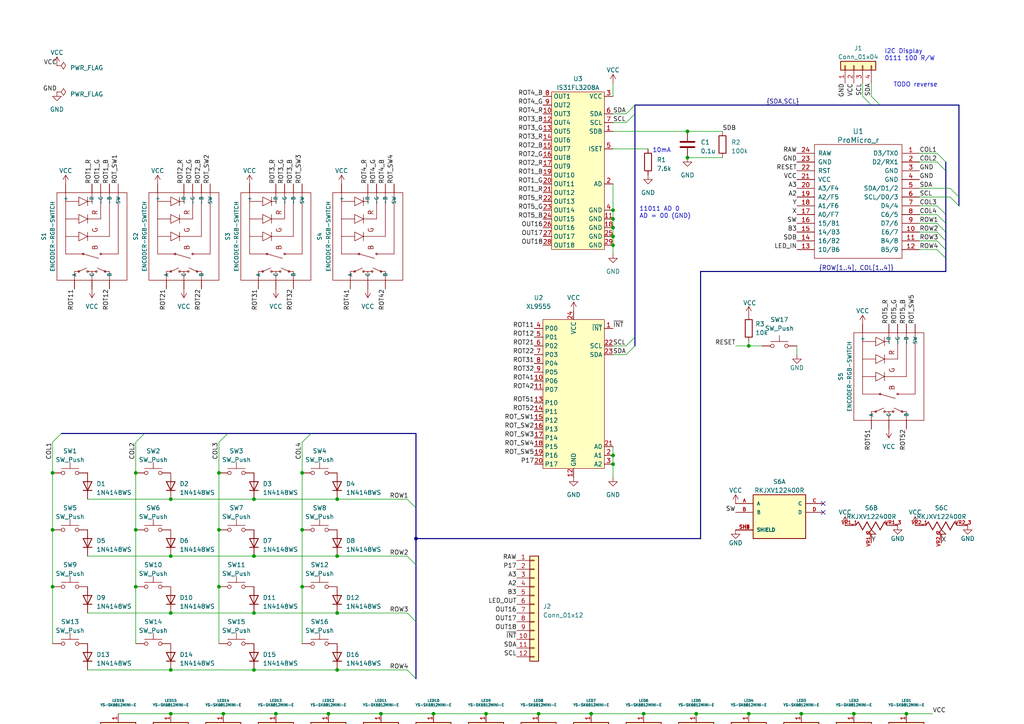
<source format=kicad_sch>
(kicad_sch (version 20230121) (generator eeschema)
  (paper "A4")
  (lib_symbols
    (symbol "Connector_Generic:Conn_01x04" (pin_names (offset 1.016) hide)
      (property "Reference" "J" (at 0 5.08 0))
      (property "Value" "Conn_01x04" (at 0 -7.62 0))
      (symbol "Conn_01x04_1_1"
        (pin passive line (at -5.08 2.54 0) (length 3.81) (name "Pin_1") (number "1"))
        (pin passive line (at -5.08 0 0) (length 3.81) (name "Pin_2") (number "2"))
        (pin passive line (at -5.08 -2.54 0) (length 3.81) (name "Pin_3") (number "3"))
        (pin passive line (at -5.08 -5.08 0) (length 3.81) (name "Pin_4") (number "4"))
      )
    )
    (symbol "Connector_Generic:Conn_01x12" (pin_names (offset 1.016) hide)
      (property "Reference" "J" (at 0 15.24 0))
      (property "Value" "Conn_01x12" (at 0 -17.78 0))
      (symbol "Conn_01x12_1_1"
        (pin passive line (at -5.08 12.7 0) (length 3.81) (name "Pin_1") (number "1"))
        (pin passive line (at -5.08 -10.16 0) (length 3.81) (name "Pin_10") (number "10"))
        (pin passive line (at -5.08 -12.7 0) (length 3.81) (name "Pin_11") (number "11"))
        (pin passive line (at -5.08 -15.24 0) (length 3.81) (name "Pin_12") (number "12"))
        (pin passive line (at -5.08 10.16 0) (length 3.81) (name "Pin_2") (number "2"))
        (pin passive line (at -5.08 7.62 0) (length 3.81) (name "Pin_3") (number "3"))
        (pin passive line (at -5.08 5.08 0) (length 3.81) (name "Pin_4") (number "4"))
        (pin passive line (at -5.08 2.54 0) (length 3.81) (name "Pin_5") (number "5"))
        (pin passive line (at -5.08 0 0) (length 3.81) (name "Pin_6") (number "6"))
        (pin passive line (at -5.08 -2.54 0) (length 3.81) (name "Pin_7") (number "7"))
        (pin passive line (at -5.08 -5.08 0) (length 3.81) (name "Pin_8") (number "8"))
        (pin passive line (at -5.08 -7.62 0) (length 3.81) (name "Pin_9") (number "9"))
      )
    )
    (symbol "Device:C" (pin_numbers hide) (pin_names (offset 0.254))
      (property "Reference" "C" (at 0.635 2.54 0))
      (property "Value" "C" (at 0.635 -2.54 0))
      (symbol "C_1_1"
        (pin passive line (at 0 3.81 270) (length 2.794) (name "~") (number "1"))
        (pin passive line (at 0 -3.81 90) (length 2.794) (name "~") (number "2"))
      )
    )
    (symbol "Device:R" (pin_numbers hide) (pin_names (offset 0))
      (property "Reference" "R" (at 2.032 0 90))
      (property "Value" "R" (at 0 0 90))
      (symbol "R_1_1"
        (pin passive line (at 0 3.81 270) (length 1.27) (name "~") (number "1"))
        (pin passive line (at 0 -3.81 90) (length 1.27) (name "~") (number "2"))
      )
    )
    (symbol "Diode:1N4148WS" (pin_numbers hide) (pin_names hide)
      (property "Reference" "D" (at 0 2.54 0))
      (property "Value" "1N4148WS" (at 0 -2.54 0))
      (symbol "1N4148WS_1_1"
        (pin passive line (at -3.81 0 0) (length 2.54) (name "K") (number "1"))
        (pin passive line (at 3.81 0 180) (length 2.54) (name "A") (number "2"))
      )
    )
    (symbol "ENCODER-RGB-SWITCH_1" (pin_numbers hide) (pin_names (offset 1.016))
      (property "Reference" "S" (at -12.7 11.43 0))
      (property "Value" "ENCODER-RGB-SWITCH" (at -12.7 -12.7 0))
      (property "Field4" "RES-10859" (at 0 15.24 0))
      (symbol "ENCODER-RGB-SWITCH_1_1_0"
        (text "B" (at -3.2004 -0.889 0) (effects (font (size 1.4224 1.4224))))
        (text "G" (at 1.8796 -0.889 0) (effects (font (size 1.4224 1.4224))))
        (text "R" (at 6.9596 -0.889 0) (effects (font (size 1.4224 1.4224))))
      )
      (symbol "ENCODER-RGB-SWITCH_1_1_1"
        (pin passive line (at 15.24 0 180) (length 2.54) (name "-R") (number "1"))
        (pin passive line (at 15.24 -2.54 180) (length 2.54) (name "-G") (number "2"))
        (pin passive line (at 15.24 -7.62 180) (length 2.54) (name "SW") (number "3"))
        (pin passive line (at 15.24 -5.08 180) (length 2.54) (name "-B") (number "4"))
        (pin passive line (at 15.24 7.62 180) (length 2.54) (name "+") (number "5"))
        (pin output line (at -15.24 5.08 0) (length 2.54) (name "A") (number "A"))
        (pin output line (at -15.24 -5.08 0) (length 2.54) (name "B") (number "B"))
        (pin input line (at -15.24 0 0) (length 2.54) (name "C") (number "C"))
      )
    )
    (symbol "ENCODER-RGB-SWITCH_2" (pin_numbers hide) (pin_names (offset 1.016))
      (property "Reference" "S" (at -12.7 11.43 0))
      (property "Value" "ENCODER-RGB-SWITCH" (at -12.7 -12.7 0))
      (property "Field4" "RES-10859" (at 0 15.24 0))
      (symbol "ENCODER-RGB-SWITCH_2_1_0"
        (text "B" (at -3.2004 -0.889 0) (effects (font (size 1.4224 1.4224))))
        (text "G" (at 1.8796 -0.889 0) (effects (font (size 1.4224 1.4224))))
        (text "R" (at 6.9596 -0.889 0) (effects (font (size 1.4224 1.4224))))
      )
      (symbol "ENCODER-RGB-SWITCH_2_1_1"
        (pin passive line (at 15.24 0 180) (length 2.54) (name "-R") (number "1"))
        (pin passive line (at 15.24 -2.54 180) (length 2.54) (name "-G") (number "2"))
        (pin passive line (at 15.24 -7.62 180) (length 2.54) (name "SW") (number "3"))
        (pin passive line (at 15.24 -5.08 180) (length 2.54) (name "-B") (number "4"))
        (pin passive line (at 15.24 7.62 180) (length 2.54) (name "+") (number "5"))
        (pin output line (at -15.24 5.08 0) (length 2.54) (name "A") (number "A"))
        (pin output line (at -15.24 -5.08 0) (length 2.54) (name "B") (number "B"))
        (pin input line (at -15.24 0 0) (length 2.54) (name "C") (number "C"))
      )
    )
    (symbol "ENCODER-RGB-SWITCH_3" (pin_numbers hide) (pin_names (offset 1.016))
      (property "Reference" "S" (at -12.7 11.43 0))
      (property "Value" "ENCODER-RGB-SWITCH" (at -12.7 -12.7 0))
      (property "Field4" "RES-10859" (at 0 15.24 0))
      (symbol "ENCODER-RGB-SWITCH_3_1_0"
        (text "B" (at -3.2004 -0.889 0) (effects (font (size 1.4224 1.4224))))
        (text "G" (at 1.8796 -0.889 0) (effects (font (size 1.4224 1.4224))))
        (text "R" (at 6.9596 -0.889 0) (effects (font (size 1.4224 1.4224))))
      )
      (symbol "ENCODER-RGB-SWITCH_3_1_1"
        (pin passive line (at 15.24 0 180) (length 2.54) (name "-R") (number "1"))
        (pin passive line (at 15.24 -2.54 180) (length 2.54) (name "-G") (number "2"))
        (pin passive line (at 15.24 -7.62 180) (length 2.54) (name "SW") (number "3"))
        (pin passive line (at 15.24 -5.08 180) (length 2.54) (name "-B") (number "4"))
        (pin passive line (at 15.24 7.62 180) (length 2.54) (name "+") (number "5"))
        (pin output line (at -15.24 5.08 0) (length 2.54) (name "A") (number "A"))
        (pin output line (at -15.24 -5.08 0) (length 2.54) (name "B") (number "B"))
        (pin input line (at -15.24 0 0) (length 2.54) (name "C") (number "C"))
      )
    )
    (symbol "ENCODER-RGB-SWITCH_4" (pin_numbers hide) (pin_names (offset 1.016))
      (property "Reference" "S" (at -12.7 11.43 0))
      (property "Value" "ENCODER-RGB-SWITCH" (at -12.7 -12.7 0))
      (property "Field4" "RES-10859" (at 0 15.24 0))
      (symbol "ENCODER-RGB-SWITCH_4_1_0"
        (text "B" (at -3.2004 -0.889 0) (effects (font (size 1.4224 1.4224))))
        (text "G" (at 1.8796 -0.889 0) (effects (font (size 1.4224 1.4224))))
        (text "R" (at 6.9596 -0.889 0) (effects (font (size 1.4224 1.4224))))
      )
      (symbol "ENCODER-RGB-SWITCH_4_1_1"
        (pin passive line (at 15.24 0 180) (length 2.54) (name "-R") (number "1"))
        (pin passive line (at 15.24 -2.54 180) (length 2.54) (name "-G") (number "2"))
        (pin passive line (at 15.24 -7.62 180) (length 2.54) (name "SW") (number "3"))
        (pin passive line (at 15.24 -5.08 180) (length 2.54) (name "-B") (number "4"))
        (pin passive line (at 15.24 7.62 180) (length 2.54) (name "+") (number "5"))
        (pin output line (at -15.24 5.08 0) (length 2.54) (name "A") (number "A"))
        (pin output line (at -15.24 -5.08 0) (length 2.54) (name "B") (number "B"))
        (pin input line (at -15.24 0 0) (length 2.54) (name "C") (number "C"))
      )
    )
    (symbol "RKJXV122400R_1" (pin_names (offset 1.016))
      (property "Reference" "S" (at -7.62 5.588 0))
      (property "Value" "RKJXV122400R" (at -7.62 -10.16 0))
      (symbol "RKJXV122400R_1_1_0"
        (pin passive line (at -12.7 2.54 0) (length 5.08) (name "A") (number "A"))
        (pin passive line (at -12.7 0 0) (length 5.08) (name "B") (number "B"))
        (pin passive line (at 12.7 2.54 180) (length 5.08) (name "C") (number "C"))
        (pin passive line (at 12.7 0 180) (length 5.08) (name "D") (number "D"))
        (pin passive line (at -12.7 -5.08 0) (length 5.08) (name "SHIELD") (number "SH1"))
        (pin passive line (at -12.7 -5.08 0) (length 5.08) (name "SHIELD") (number "SH2"))
        (pin passive line (at -12.7 -5.08 0) (length 5.08) (name "SHIELD") (number "SH3"))
        (pin passive line (at -12.7 -5.08 0) (length 5.08) (name "SHIELD") (number "SH4"))
      )
      (symbol "RKJXV122400R_1_2_0"
        (pin passive line (at -7.62 0 0) (length 2.54) (name "~") (number "VR1_1"))
        (pin passive line (at 0 -5.08 90) (length 2.54) (name "~") (number "VR1_2"))
        (pin passive line (at 7.62 0 180) (length 2.54) (name "~") (number "VR1_3"))
      )
      (symbol "RKJXV122400R_1_3_0"
        (pin passive line (at -7.62 0 0) (length 2.54) (name "~") (number "VR2_1"))
        (pin passive line (at 0 -5.08 90) (length 2.54) (name "~") (number "VR2_2"))
        (pin passive line (at 7.62 0 180) (length 2.54) (name "~") (number "VR2_3"))
      )
    )
    (symbol "SparkFun-Switches:ENCODER-RGB-SWITCH" (pin_numbers hide) (pin_names (offset 1.016))
      (property "Reference" "S" (at -12.7 11.43 0))
      (property "Value" "ENCODER-RGB-SWITCH" (at -12.7 -12.7 0))
      (property "Field4" "RES-10859" (at 0 15.24 0))
      (symbol "ENCODER-RGB-SWITCH_1_0"
        (text "B" (at -3.2004 -0.889 0) (effects (font (size 1.4224 1.4224))))
        (text "G" (at 1.8796 -0.889 0) (effects (font (size 1.4224 1.4224))))
        (text "R" (at 6.9596 -0.889 0) (effects (font (size 1.4224 1.4224))))
      )
      (symbol "ENCODER-RGB-SWITCH_1_1"
        (pin passive line (at 15.24 0 180) (length 2.54) (name "-R") (number "1"))
        (pin passive line (at 15.24 -2.54 180) (length 2.54) (name "-G") (number "2"))
        (pin passive line (at 15.24 -7.62 180) (length 2.54) (name "SW") (number "3"))
        (pin passive line (at 15.24 -5.08 180) (length 2.54) (name "-B") (number "4"))
        (pin passive line (at 15.24 7.62 180) (length 2.54) (name "+") (number "5"))
        (pin output line (at -15.24 5.08 0) (length 2.54) (name "A") (number "A"))
        (pin output line (at -15.24 -5.08 0) (length 2.54) (name "B") (number "B"))
        (pin input line (at -15.24 0 0) (length 2.54) (name "C") (number "C"))
      )
    )
    (symbol "Switch:SW_Push" (pin_numbers hide) (pin_names (offset 1.016) hide)
      (property "Reference" "SW" (at 1.27 2.54 0))
      (property "Value" "SW_Push" (at 0 -1.524 0))
      (symbol "SW_Push_0_1"
        (pin passive line (at -5.08 0 0) (length 2.54) (name "1") (number "1"))
        (pin passive line (at 5.08 0 180) (length 2.54) (name "2") (number "2"))
      )
    )
    (symbol "kbd:ProMicro_r" (pin_names (offset 1.016))
      (property "Reference" "U" (at 1.27 22.86 0))
      (property "Value" "ProMicro_r" (at 1.27 -15.24 0))
      (symbol "ProMicro_r_1_1"
        (pin bidirectional line (at 19.05 17.78 180) (length 5.08) (name "D3/TX0") (number "1"))
        (pin bidirectional line (at 19.05 -5.08 180) (length 5.08) (name "E6/7") (number "10"))
        (pin bidirectional line (at 19.05 -7.62 180) (length 5.08) (name "B4/8") (number "11"))
        (pin bidirectional line (at 19.05 -10.16 180) (length 5.08) (name "B5/9") (number "12"))
        (pin bidirectional line (at -16.51 -10.16 0) (length 5.08) (name "10/B6") (number "13"))
        (pin bidirectional line (at -16.51 -7.62 0) (length 5.08) (name "16/B2") (number "14"))
        (pin bidirectional line (at -16.51 -5.08 0) (length 5.08) (name "14/B3") (number "15"))
        (pin bidirectional line (at -16.51 -2.54 0) (length 5.08) (name "15/B1") (number "16"))
        (pin bidirectional line (at -16.51 0 0) (length 5.08) (name "A0/F7") (number "17"))
        (pin bidirectional line (at -16.51 2.54 0) (length 5.08) (name "A1/F6") (number "18"))
        (pin bidirectional line (at -16.51 5.08 0) (length 5.08) (name "A2/F5") (number "19"))
        (pin bidirectional line (at 19.05 15.24 180) (length 5.08) (name "D2/RX1") (number "2"))
        (pin bidirectional line (at -16.51 7.62 0) (length 5.08) (name "A3/F4") (number "20"))
        (pin power_in line (at -16.51 10.16 0) (length 5.08) (name "VCC") (number "21"))
        (pin input line (at -16.51 12.7 0) (length 5.08) (name "RST") (number "22"))
        (pin power_in line (at -16.51 15.24 0) (length 5.08) (name "GND") (number "23"))
        (pin power_out line (at -16.51 17.78 0) (length 5.08) (name "RAW") (number "24"))
        (pin power_in line (at 19.05 12.7 180) (length 5.08) (name "GND") (number "3"))
        (pin power_in line (at 19.05 10.16 180) (length 5.08) (name "GND") (number "4"))
        (pin bidirectional line (at 19.05 7.62 180) (length 5.08) (name "SDA/D1/2") (number "5"))
        (pin bidirectional line (at 19.05 5.08 180) (length 5.08) (name "SCL/D0/3") (number "6"))
        (pin bidirectional line (at 19.05 2.54 180) (length 5.08) (name "D4/4") (number "7"))
        (pin bidirectional line (at 19.05 0 180) (length 5.08) (name "C6/5") (number "8"))
        (pin bidirectional line (at 19.05 -2.54 180) (length 5.08) (name "D7/6") (number "9"))
      )
    )
    (symbol "kbd:YS-SK6812MINI-E" (pin_names (offset 1.016))
      (property "Reference" "LED" (at 2.54 -7.62 0))
      (property "Value" "YS-SK6812MINI-E" (at 6.35 -6.35 0))
      (symbol "YS-SK6812MINI-E_1_1"
        (pin power_in line (at 0 7.62 270) (length 2.54) (name "VDD") (number "1"))
        (pin output line (at 7.62 0 180) (length 2.54) (name "DOUT") (number "2"))
        (pin power_in line (at 0 -7.62 90) (length 2.54) (name "VSS") (number "3"))
        (pin input line (at -7.62 0 0) (length 2.54) (name "DIN") (number "4"))
      )
    )
    (symbol "my:IS31FL3208A"
      (property "Reference" "U" (at 0 5.08 0))
      (property "Value" "IS31FL3208A" (at 0 2.54 0))
      (symbol "IS31FL3208A_0_0"
        (pin input line (at 0 -11.43 0) (length 2.54) (name "SDB") (number "1"))
        (pin power_out line (at 20.32 -6.35 180) (length 2.54) (name "OUT3") (number "10"))
        (pin power_in line (at 0 -36.83 0) (length 2.54) (name "GND") (number "11"))
        (pin power_out line (at 20.32 -8.89 180) (length 2.54) (name "OUT4") (number "12"))
        (pin power_out line (at 20.32 -11.43 180) (length 2.54) (name "OUT5") (number "13"))
        (pin power_out line (at 20.32 -13.97 180) (length 2.54) (name "OUT6") (number "14"))
        (pin power_out line (at 20.32 -16.51 180) (length 2.54) (name "OUT7") (number "15"))
        (pin power_out line (at 20.32 -19.05 180) (length 2.54) (name "OUT8") (number "16"))
        (pin power_out line (at 20.32 -21.59 180) (length 2.54) (name "OUT9") (number "17"))
        (pin power_in line (at 0 -39.37 0) (length 2.54) (name "GND") (number "18"))
        (pin power_out line (at 20.32 -24.13 180) (length 2.54) (name "OUT10") (number "19"))
        (pin input line (at 0 -26.67 0) (length 2.54) (name "AD") (number "2"))
        (pin power_out line (at 20.32 -26.67 180) (length 2.54) (name "OUT11") (number "20"))
        (pin power_out line (at 20.32 -29.21 180) (length 2.54) (name "OUT12") (number "21"))
        (pin power_out line (at 20.32 -31.75 180) (length 2.54) (name "OUT13") (number "22"))
        (pin power_out line (at 20.32 -34.29 180) (length 2.54) (name "OUT14") (number "23"))
        (pin power_out line (at 20.32 -36.83 180) (length 2.54) (name "OUT15") (number "24"))
        (pin power_in line (at 0 -41.91 0) (length 2.54) (name "GND") (number "25"))
        (pin power_out line (at 20.32 -39.37 180) (length 2.54) (name "OUT16") (number "26"))
        (pin power_out line (at 20.32 -41.91 180) (length 2.54) (name "OUT17") (number "27"))
        (pin power_out line (at 20.32 -44.45 180) (length 2.54) (name "OUT18") (number "28"))
        (pin power_in line (at 0 -44.45 0) (length 2.54) (name "GND") (number "29"))
        (pin power_in line (at 0 -1.27 0) (length 2.54) (name "VCC") (number "3"))
        (pin power_in line (at 0 -34.29 0) (length 2.54) (name "GND") (number "4"))
        (pin passive line (at 0 -16.51 0) (length 2.54) (name "ISET") (number "5"))
        (pin bidirectional line (at 0 -6.35 0) (length 2.54) (name "SDA") (number "6"))
        (pin input line (at 0 -8.89 0) (length 2.54) (name "SCL") (number "7"))
        (pin power_out line (at 20.32 -1.27 180) (length 2.54) (name "OUT1") (number "8"))
        (pin power_out line (at 20.32 -3.81 180) (length 2.54) (name "OUT2") (number "9"))
      )
    )
    (symbol "my:XL9555"
      (property "Reference" "U" (at 0 5.08 0))
      (property "Value" "XL9555" (at 0 2.54 0))
      (symbol "XL9555_0_0"
        (pin open_collector line (at 0 -1.27 0) (length 2.54) (name "~{INT}") (number "1"))
        (pin bidirectional line (at 22.86 -16.51 180) (length 2.54) (name "P06") (number "10"))
        (pin bidirectional line (at 22.86 -19.05 180) (length 2.54) (name "P07") (number "11"))
        (pin power_in line (at 11.43 -44.45 90) (length 2.54) (name "GND") (number "12"))
        (pin bidirectional line (at 22.86 -22.86 180) (length 2.54) (name "P10") (number "13"))
        (pin bidirectional line (at 22.86 -25.4 180) (length 2.54) (name "P11") (number "14"))
        (pin bidirectional line (at 22.86 -27.94 180) (length 2.54) (name "P12") (number "15"))
        (pin bidirectional line (at 22.86 -30.48 180) (length 2.54) (name "P13") (number "16"))
        (pin bidirectional line (at 22.86 -33.02 180) (length 2.54) (name "P14") (number "17"))
        (pin bidirectional line (at 22.86 -35.56 180) (length 2.54) (name "P15") (number "18"))
        (pin bidirectional line (at 22.86 -38.1 180) (length 2.54) (name "P16") (number "19"))
        (pin input line (at 0 -38.1 0) (length 2.54) (name "A1") (number "2"))
        (pin bidirectional line (at 22.86 -40.64 180) (length 2.54) (name "P17") (number "20"))
        (pin input line (at 0 -35.56 0) (length 2.54) (name "A0") (number "21"))
        (pin input line (at 0 -6.35 0) (length 2.54) (name "SCL") (number "22"))
        (pin bidirectional line (at 0 -8.89 0) (length 2.54) (name "SDA") (number "23"))
        (pin power_in line (at 11.43 3.81 270) (length 2.54) (name "VCC") (number "24"))
        (pin input line (at 0 -40.64 0) (length 2.54) (name "A2") (number "3"))
        (pin bidirectional line (at 22.86 -1.27 180) (length 2.54) (name "P00") (number "4"))
        (pin bidirectional line (at 22.86 -3.81 180) (length 2.54) (name "P01") (number "5"))
        (pin bidirectional line (at 22.86 -6.35 180) (length 2.54) (name "P02") (number "6"))
        (pin bidirectional line (at 22.86 -8.89 180) (length 2.54) (name "P03") (number "7"))
        (pin bidirectional line (at 22.86 -11.43 180) (length 2.54) (name "P04") (number "8"))
        (pin bidirectional line (at 22.86 -13.97 180) (length 2.54) (name "P05") (number "9"))
      )
    )
    (symbol "power:GND" (power) (pin_names (offset 0))
      (property "Value" "GND" (at 0 -3.81 0))
      (symbol "GND_1_1"
        (pin power_in line (at 0 0 270) (length 0) hide (name "GND") (number "1"))
      )
    )
    (symbol "power:PWR_FLAG" (power) (pin_numbers hide) (pin_names (offset 0) hide)
      (property "Value" "PWR_FLAG" (at 0 3.81 0))
      (symbol "PWR_FLAG_0_0"
        (pin power_out line (at 0 0 90) (length 0) (name "pwr") (number "1"))
      )
    )
    (symbol "power:VCC" (power) (pin_names (offset 0))
      (property "Value" "VCC" (at 0 3.81 0))
      (symbol "VCC_1_1"
        (pin power_in line (at 0 0 90) (length 0) hide (name "VCC") (number "1"))
      )
    )
  )
  (junction (at 156.21 207.01))
  (junction (at 63.5 170.18))
  (junction (at 73.66 144.78))
  (junction (at 97.79 177.8))
  (junction (at 63.5 153.67))
  (junction (at 49.53 144.78))
  (junction (at 97.79 161.29))
  (junction (at 87.63 153.67))
  (junction (at 15.24 153.67))
  (junction (at 217.17 207.01))
  (junction (at 262.89 222.25))
  (junction (at 15.24 137.16))
  (junction (at 73.66 161.29))
  (junction (at 49.53 194.31))
  (junction (at 39.37 170.18))
  (junction (at 73.66 194.31))
  (junction (at 199.39 45.72))
  (junction (at 177.8 134.62))
  (junction (at 217.17 100.33))
  (junction (at 125.73 207.01))
  (junction (at 140.97 222.25))
  (junction (at 232.41 207.01))
  (junction (at 262.89 207.01))
  (junction (at 39.37 153.67))
  (junction (at 97.79 144.78))
  (junction (at 49.53 207.01))
  (junction (at 177.8 63.5))
  (junction (at 177.8 71.12))
  (junction (at 87.63 170.18))
  (junction (at 49.53 222.25))
  (junction (at 125.73 222.25))
  (junction (at 247.65 222.25))
  (junction (at 110.49 207.01))
  (junction (at 177.8 68.58))
  (junction (at 171.45 222.25))
  (junction (at 80.01 222.25))
  (junction (at 171.45 207.01))
  (junction (at 63.5 137.16))
  (junction (at 232.41 222.25))
  (junction (at 64.77 222.25))
  (junction (at 15.24 170.18))
  (junction (at 95.25 207.01))
  (junction (at 201.93 222.25))
  (junction (at 80.01 207.01))
  (junction (at 110.49 222.25))
  (junction (at 64.77 207.01))
  (junction (at 247.65 207.01))
  (junction (at 186.69 222.25))
  (junction (at 120.65 156.21))
  (junction (at 49.53 161.29))
  (junction (at 199.39 38.1))
  (junction (at 156.21 222.25))
  (junction (at 97.79 194.31))
  (junction (at 39.37 137.16))
  (junction (at 177.8 66.04))
  (junction (at 186.69 207.01))
  (junction (at 49.53 177.8))
  (junction (at 217.17 222.25))
  (junction (at 177.8 60.96))
  (junction (at 177.8 132.08))
  (junction (at 73.66 177.8))
  (junction (at 95.25 222.25))
  (junction (at 87.63 137.16))
  (junction (at 140.97 207.01))
  (junction (at 201.93 207.01))
  (no_connect (at 238.76 148.59))
  (no_connect (at 238.76 146.05))
  (bus_entry (at 15.24 128.27) (size 2.54 -2.54))
  (bus_entry (at 271.78 69.85) (size 2.54 2.54))
  (bus_entry (at 63.5 128.27) (size 2.54 -2.54))
  (bus_entry (at 181.61 33.02) (size 2.54 -2.54))
  (bus_entry (at 87.63 128.27) (size 2.54 -2.54))
  (bus_entry (at 252.73 27.94) (size 2.54 2.54))
  (bus_entry (at 275.59 54.61) (size 2.54 2.54))
  (bus_entry (at 181.61 102.87) (size 2.54 -2.54))
  (bus_entry (at 181.61 100.33) (size 2.54 -2.54))
  (bus_entry (at 39.37 128.27) (size 2.54 -2.54))
  (bus_entry (at 271.78 44.45) (size 2.54 2.54))
  (bus_entry (at 118.11 144.78) (size 2.54 2.54))
  (bus_entry (at 271.78 64.77) (size 2.54 2.54))
  (bus_entry (at 181.61 35.56) (size 2.54 -2.54))
  (bus_entry (at 118.11 161.29) (size 2.54 2.54))
  (bus_entry (at 275.59 57.15) (size 2.54 2.54))
  (bus_entry (at 271.78 59.69) (size 2.54 2.54))
  (bus_entry (at 271.78 67.31) (size 2.54 2.54))
  (bus_entry (at 250.19 27.94) (size 2.54 2.54))
  (bus_entry (at 271.78 62.23) (size 2.54 2.54))
  (bus_entry (at 271.78 72.39) (size 2.54 2.54))
  (bus_entry (at 271.78 46.99) (size 2.54 2.54))
  (bus_entry (at 118.11 177.8) (size 2.54 2.54))
  (bus_entry (at 118.11 194.31) (size 2.54 2.54))
  (wire (pts (xy 177.8 66.04) (xy 177.8 68.58)))
  (wire (pts (xy 87.63 153.67) (xy 87.63 170.18)))
  (wire (pts (xy 186.69 207.01) (xy 201.93 207.01)))
  (bus (pts (xy 274.32 72.39) (xy 274.32 74.93)))
  (wire (pts (xy 247.65 207.01) (xy 262.89 207.01)))
  (wire (pts (xy 252.73 24.13) (xy 252.73 27.94)))
  (wire (pts (xy 25.4 161.29) (xy 49.53 161.29)))
  (wire (pts (xy 15.24 137.16) (xy 15.24 153.67)))
  (bus (pts (xy 120.65 156.21) (xy 120.65 163.83)))
  (wire (pts (xy 177.8 43.18) (xy 187.96 43.18)))
  (wire (pts (xy 34.29 222.25) (xy 49.53 222.25)))
  (wire (pts (xy 266.7 62.23) (xy 271.78 62.23)))
  (wire (pts (xy 266.7 72.39) (xy 271.78 72.39)))
  (wire (pts (xy 177.8 38.1) (xy 199.39 38.1)))
  (wire (pts (xy 262.89 207.01) (xy 270.51 207.01)))
  (wire (pts (xy 199.39 45.72) (xy 209.55 45.72)))
  (wire (pts (xy 97.79 161.29) (xy 118.11 161.29)))
  (wire (pts (xy 171.45 222.25) (xy 186.69 222.25)))
  (wire (pts (xy 39.37 153.67) (xy 39.37 170.18)))
  (wire (pts (xy 177.8 71.12) (xy 177.8 73.66)))
  (wire (pts (xy 177.8 53.34) (xy 177.8 60.96)))
  (wire (pts (xy 49.53 144.78) (xy 73.66 144.78)))
  (wire (pts (xy 49.53 177.8) (xy 73.66 177.8)))
  (bus (pts (xy 203.2 78.74) (xy 203.2 156.21)))
  (wire (pts (xy 73.66 177.8) (xy 97.79 177.8)))
  (bus (pts (xy 90.17 125.73) (xy 120.65 125.73)))
  (bus (pts (xy 184.15 30.48) (xy 184.15 33.02)))
  (bus (pts (xy 278.13 30.48) (xy 278.13 57.15)))
  (wire (pts (xy 201.93 207.01) (xy 217.17 207.01)))
  (wire (pts (xy 125.73 222.25) (xy 140.97 222.25)))
  (wire (pts (xy 63.5 153.67) (xy 63.5 170.18)))
  (wire (pts (xy 97.79 144.78) (xy 118.11 144.78)))
  (wire (pts (xy 177.8 33.02) (xy 181.61 33.02)))
  (wire (pts (xy 87.63 128.27) (xy 87.63 137.16)))
  (bus (pts (xy 66.04 125.73) (xy 90.17 125.73)))
  (wire (pts (xy 140.97 222.25) (xy 156.21 222.25)))
  (wire (pts (xy 177.8 63.5) (xy 177.8 66.04)))
  (wire (pts (xy 140.97 207.01) (xy 156.21 207.01)))
  (wire (pts (xy 177.8 24.13) (xy 177.8 27.94)))
  (wire (pts (xy 15.24 153.67) (xy 15.24 170.18)))
  (wire (pts (xy 63.5 128.27) (xy 63.5 137.16)))
  (wire (pts (xy 266.7 59.69) (xy 271.78 59.69)))
  (bus (pts (xy 274.32 64.77) (xy 274.32 67.31)))
  (wire (pts (xy 39.37 128.27) (xy 39.37 137.16)))
  (wire (pts (xy 25.4 194.31) (xy 49.53 194.31)))
  (bus (pts (xy 120.65 125.73) (xy 120.65 147.32)))
  (wire (pts (xy 34.29 207.01) (xy 49.53 207.01)))
  (wire (pts (xy 80.01 207.01) (xy 95.25 207.01)))
  (bus (pts (xy 252.73 30.48) (xy 255.27 30.48)))
  (wire (pts (xy 63.5 170.18) (xy 63.5 186.69)))
  (wire (pts (xy 217.17 100.33) (xy 220.98 100.33)))
  (bus (pts (xy 41.91 125.73) (xy 66.04 125.73)))
  (wire (pts (xy 262.89 222.25) (xy 270.51 222.25)))
  (wire (pts (xy 201.93 222.25) (xy 217.17 222.25)))
  (wire (pts (xy 25.4 144.78) (xy 49.53 144.78)))
  (wire (pts (xy 266.7 67.31) (xy 271.78 67.31)))
  (wire (pts (xy 110.49 222.25) (xy 125.73 222.25)))
  (wire (pts (xy 177.8 68.58) (xy 177.8 71.12)))
  (wire (pts (xy 266.7 69.85) (xy 271.78 69.85)))
  (wire (pts (xy 87.63 170.18) (xy 87.63 186.69)))
  (bus (pts (xy 255.27 30.48) (xy 278.13 30.48)))
  (wire (pts (xy 266.7 64.77) (xy 271.78 64.77)))
  (wire (pts (xy 39.37 137.16) (xy 39.37 153.67)))
  (wire (pts (xy 97.79 194.31) (xy 118.11 194.31)))
  (wire (pts (xy 49.53 222.25) (xy 64.77 222.25)))
  (wire (pts (xy 177.8 60.96) (xy 177.8 63.5)))
  (bus (pts (xy 274.32 74.93) (xy 274.32 78.74)))
  (wire (pts (xy 73.66 194.31) (xy 97.79 194.31)))
  (wire (pts (xy 97.79 177.8) (xy 118.11 177.8)))
  (wire (pts (xy 177.8 132.08) (xy 177.8 134.62)))
  (bus (pts (xy 274.32 46.99) (xy 274.32 49.53)))
  (wire (pts (xy 73.66 161.29) (xy 97.79 161.29)))
  (wire (pts (xy 80.01 222.25) (xy 95.25 222.25)))
  (wire (pts (xy 250.19 24.13) (xy 250.19 27.94)))
  (wire (pts (xy 217.17 207.01) (xy 232.41 207.01)))
  (bus (pts (xy 274.32 69.85) (xy 274.32 72.39)))
  (wire (pts (xy 266.7 54.61) (xy 275.59 54.61)))
  (wire (pts (xy 217.17 99.06) (xy 217.17 100.33)))
  (wire (pts (xy 266.7 46.99) (xy 271.78 46.99)))
  (bus (pts (xy 184.15 33.02) (xy 184.15 97.79)))
  (wire (pts (xy 177.8 134.62) (xy 177.8 138.43)))
  (wire (pts (xy 49.53 194.31) (xy 73.66 194.31)))
  (bus (pts (xy 184.15 97.79) (xy 184.15 100.33)))
  (wire (pts (xy 73.66 144.78) (xy 97.79 144.78)))
  (wire (pts (xy 39.37 170.18) (xy 39.37 186.69)))
  (wire (pts (xy 64.77 207.01) (xy 80.01 207.01)))
  (bus (pts (xy 120.65 180.34) (xy 120.65 196.85)))
  (wire (pts (xy 156.21 207.01) (xy 171.45 207.01)))
  (wire (pts (xy 177.8 100.33) (xy 181.61 100.33)))
  (bus (pts (xy 203.2 78.74) (xy 274.32 78.74)))
  (wire (pts (xy 247.65 222.25) (xy 262.89 222.25)))
  (wire (pts (xy 156.21 222.25) (xy 171.45 222.25)))
  (wire (pts (xy 177.8 129.54) (xy 177.8 132.08)))
  (wire (pts (xy 15.24 170.18) (xy 15.24 186.69)))
  (wire (pts (xy 186.69 222.25) (xy 201.93 222.25)))
  (wire (pts (xy 64.77 222.25) (xy 80.01 222.25)))
  (wire (pts (xy 25.4 177.8) (xy 49.53 177.8)))
  (wire (pts (xy 49.53 161.29) (xy 73.66 161.29)))
  (wire (pts (xy 87.63 137.16) (xy 87.63 153.67)))
  (bus (pts (xy 120.65 163.83) (xy 120.65 180.34)))
  (bus (pts (xy 274.32 67.31) (xy 274.32 69.85)))
  (bus (pts (xy 203.2 156.21) (xy 120.65 156.21)))
  (wire (pts (xy 110.49 207.01) (xy 125.73 207.01)))
  (bus (pts (xy 120.65 147.32) (xy 120.65 156.21)))
  (wire (pts (xy 95.25 222.25) (xy 110.49 222.25)))
  (wire (pts (xy 217.17 222.25) (xy 232.41 222.25)))
  (wire (pts (xy 49.53 207.01) (xy 64.77 207.01)))
  (wire (pts (xy 199.39 38.1) (xy 209.55 38.1)))
  (wire (pts (xy 266.7 57.15) (xy 275.59 57.15)))
  (wire (pts (xy 171.45 207.01) (xy 186.69 207.01)))
  (wire (pts (xy 63.5 137.16) (xy 63.5 153.67)))
  (bus (pts (xy 274.32 49.53) (xy 274.32 62.23)))
  (wire (pts (xy 15.24 128.27) (xy 15.24 137.16)))
  (bus (pts (xy 17.78 125.73) (xy 41.91 125.73)))
  (wire (pts (xy 232.41 207.01) (xy 247.65 207.01)))
  (wire (pts (xy 266.7 44.45) (xy 271.78 44.45)))
  (bus (pts (xy 278.13 57.15) (xy 278.13 59.69)))
  (bus (pts (xy 184.15 30.48) (xy 252.73 30.48)))
  (wire (pts (xy 213.36 100.33) (xy 217.17 100.33)))
  (wire (pts (xy 177.8 102.87) (xy 181.61 102.87)))
  (wire (pts (xy 95.25 207.01) (xy 110.49 207.01)))
  (bus (pts (xy 274.32 62.23) (xy 274.32 64.77)))
  (wire (pts (xy 232.41 222.25) (xy 247.65 222.25)))
  (wire (pts (xy 177.8 35.56) (xy 181.61 35.56)))
  (wire (pts (xy 231.14 100.33) (xy 231.14 102.87)))
  (wire (pts (xy 125.73 207.01) (xy 140.97 207.01)))
  (text "TODO reverse" (at 259.08 25.4 0) (effects (font (size 1.27 1.27)) (justify left bottom)))
  (text "10mA" (at 189.23 44.45 0) (effects (font (size 1.27 1.27)) (justify left bottom)))
  (text "I2C Display\n0111 100 R/W" (at 256.54 17.78 0) (effects (font (size 1.27 1.27)) (justify left bottom)))
  (text "11011 AD 0\nAD = 00 (GND)" (at 185.42 63.5 0) (effects (font (size 1.27 1.27)) (justify left bottom)))
  (label "ROT52" (at 262.89 124.46 270))
  (label "OUT17" (at 149.86 180.34 180))
  (label "RAW" (at 149.86 162.56 180))
  (label "SCL" (at 177.8 35.56 0))
  (label "ROT42" (at 111.76 83.82 270))
  (label "ROT3_B" (at 157.48 35.56 180))
  (label "ROT2_G" (at 157.48 45.72 180))
  (label "ROT2_R" (at 157.48 48.26 180))
  (label "LED_IN" (at 270.51 214.63 0))
  (label "ROT5_G" (at 260.35 93.98 90))
  (label "VCC" (at 231.14 52.07 180))
  (label "~{INT}" (at 177.8 95.25 0))
  (label "OUT18" (at 157.48 71.12 180))
  (label "ROT4_G" (at 109.22 53.34 90))
  (label "B3" (at 149.86 172.72 180))
  (label "ROT51" (at 252.73 124.46 270))
  (label "ROT3_R" (at 80.01 53.34 90))
  (label "VCC" (at 16.51 19.05 180))
  (label "LED_OUT" (at 149.86 175.26 180))
  (label "SDA" (at 149.86 187.96 180))
  (label "ROT2_R" (at 53.34 53.34 90))
  (label "COL1" (at 15.24 128.27 270))
  (label "SW" (at 231.14 64.77 180))
  (label "ROT11" (at 21.59 83.82 270))
  (label "ROT3_G" (at 157.48 38.1 180))
  (label "ROT3_G" (at 82.55 53.34 90))
  (label "ROT1_B" (at 31.75 53.34 90))
  (label "GND" (at 266.7 49.53 0))
  (label "ROT12" (at 31.75 83.82 270))
  (label "ROT22" (at 154.94 102.87 180))
  (label "ROT42" (at 154.94 113.03 180))
  (label "ROT1_R" (at 26.67 53.34 90))
  (label "A2" (at 149.86 170.18 180))
  (label "COL2" (at 266.7 46.99 0))
  (label "SDA" (at 252.73 24.13 270))
  (label "GND" (at 270.51 222.25 0))
  (label "ROT41" (at 154.94 110.49 180))
  (label "P17" (at 154.94 134.62 180))
  (label "~{INT}" (at 149.86 185.42 180))
  (label "GND" (at 16.51 26.67 180))
  (label "COL3" (at 63.5 128.27 270))
  (label "ROT5_G" (at 157.48 60.96 180))
  (label "ROT4_G" (at 157.48 30.48 180))
  (label "A3" (at 149.86 167.64 180))
  (label "X" (at 231.14 62.23 180))
  (label "LED_IN" (at 231.14 72.39 180))
  (label "ROT4_B" (at 157.48 27.94 180))
  (label "ROT_SW3" (at 87.63 53.34 90))
  (label "VCC" (at 270.51 207.01 0))
  (label "ROW4" (at 266.7 72.39 0))
  (label "COL3" (at 266.7 59.69 0))
  (label "ROT5_B" (at 262.89 93.98 90))
  (label "ROT_SW2" (at 60.96 53.34 90))
  (label "A2" (at 231.14 57.15 180))
  (label "B3" (at 231.14 67.31 180))
  (label "ROT_SW5" (at 154.94 132.08 180))
  (label "ROT5_B" (at 157.48 63.5 180))
  (label "ROT31" (at 154.94 105.41 180))
  (label "P17" (at 149.86 165.1 180))
  (label "ROT1_G" (at 157.48 53.34 180))
  (label "ROT32" (at 154.94 107.95 180))
  (label "ROT_SW2" (at 154.94 124.46 180))
  (label "OUT18" (at 149.86 182.88 180))
  (label "ROT3_R" (at 157.48 40.64 180))
  (label "ROT11" (at 154.94 95.25 180))
  (label "ROW1" (at 266.7 64.77 0))
  (label "ROT2_G" (at 55.88 53.34 90))
  (label "ROT4_B" (at 111.76 53.34 90))
  (label "ROT1_R" (at 157.48 55.88 180))
  (label "ROT21" (at 48.26 83.82 270))
  (label "Y" (at 231.14 59.69 180))
  (label "{SDA,SCL}" (at 222.25 30.48 0))
  (label "RESET" (at 213.36 100.33 180))
  (label "SCL" (at 149.86 190.5 180))
  (label "ROT_SW4" (at 154.94 129.54 180))
  (label "A3" (at 231.14 54.61 180))
  (label "SDB" (at 209.55 38.1 0))
  (label "OUT16" (at 149.86 177.8 180))
  (label "ROT5_R" (at 157.48 58.42 180))
  (label "{ROW[1..4], COL[1..4]}" (at 237.49 78.74 0))
  (label "VCC" (at 247.65 24.13 270))
  (label "SDA" (at 177.8 33.02 0))
  (label "COL4" (at 266.7 62.23 0))
  (label "ROT32" (at 85.09 83.82 270))
  (label "ROT22" (at 58.42 83.82 270))
  (label "ROW2" (at 266.7 67.31 0))
  (label "GND" (at 245.11 24.13 270))
  (label "ROT2_B" (at 157.48 43.18 180))
  (label "OUT17" (at 157.48 68.58 180))
  (label "ROT4_R" (at 106.68 53.34 90))
  (label "ROW2" (at 113.03 161.29 0))
  (label "COL4" (at 87.63 128.27 270))
  (label "ROW4" (at 113.03 194.31 0))
  (label "ROW3" (at 266.7 69.85 0))
  (label "RESET" (at 231.14 49.53 180))
  (label "ROT5_R" (at 257.81 93.98 90))
  (label "ROT52" (at 154.94 119.38 180))
  (label "SW" (at 213.36 148.59 180))
  (label "ROT4_R" (at 157.48 33.02 180))
  (label "ROT12" (at 154.94 97.79 180))
  (label "X" (at 273.05 157.48 0))
  (label "ROW3" (at 113.03 177.8 0))
  (label "SDB" (at 231.14 69.85 180))
  (label "ROW1" (at 113.03 144.78 0))
  (label "ROT51" (at 154.94 116.84 180))
  (label "ROT2_B" (at 58.42 53.34 90))
  (label "SDA" (at 266.7 54.61 0))
  (label "ROT_SW5" (at 265.43 93.98 90))
  (label "ROT_SW3" (at 154.94 127 180))
  (label "ROT_SW1" (at 154.94 121.92 180))
  (label "GND" (at 266.7 52.07 0))
  (label "ROT_SW1" (at 34.29 53.34 90))
  (label "SCL" (at 266.7 57.15 0))
  (label "SCL" (at 177.8 100.33 0))
  (label "ROT31" (at 74.93 83.82 270))
  (label "Y" (at 252.73 157.48 0))
  (label "SDA" (at 177.8 102.87 0))
  (label "ROT1_G" (at 29.21 53.34 90))
  (label "SCL" (at 250.19 24.13 270))
  (label "COL1" (at 266.7 44.45 0))
  (label "ROT3_B" (at 85.09 53.34 90))
  (label "OUT16" (at 157.48 66.04 180))
  (label "RAW" (at 231.14 44.45 180))
  (label "ROT41" (at 101.6 83.82 270))
  (label "COL2" (at 39.37 128.27 270))
  (label "LED_OUT" (at 26.67 214.63 180))
  (label "GND" (at 231.14 46.99 180))
  (label "ROT_SW4" (at 114.3 53.34 90))
  (label "ROT21" (at 154.94 100.33 180))
  (label "ROT1_B" (at 157.48 50.8 180))
  (symbol (lib_id "power:VCC") (at 250.19 93.98 0) (unit 1)
    (property "Reference" "#PWR012" (effects hide))
    (property "Value" "VCC" (at 250.19 90.17 0))
  )
  (symbol (lib_id "Diode:1N4148WS") (at 73.66 140.97 90) (unit 1)
    (property "Reference" "D3" (at 76.2 140.335 90) (effects (justify right)))
    (property "Value" "1N4148WS" (at 76.2 142.875 90) (effects (justify right)))
    (property "Footprint" "Diode_SMD:D_SOD-323" (effects hide))
    (property "Datasheet" "https://www.vishay.com/docs/85751/1n4148ws.pdf" (effects hide))
    (property "Sim.Device" "D" (effects hide))
    (property "Sim.Pins" "1=K 2=A" (effects hide))
    (property "LCSC" "C2128" (effects hide))
  )
  (symbol (lib_id "SparkFun-Switches:ENCODER-RGB-SWITCH") (at 257.81 109.22 90) (unit 1)
    (property "Reference" "S5" (at 243.84 109.22 0) (effects (font (size 1.143 1.143))))
    (property "Value" "ENCODER-RGB-SWITCH" (at 246.38 109.22 0) (effects (font (size 1.143 1.143))))
    (property "Footprint" "Switches:ENCODER_LED_3" (effects hide))
    (property "Field4" "RES-10859" (effects hide))
  )
  (symbol (lib_id "Switch:SW_Push") (at 92.71 153.67 0) (unit 1)
    (property "Reference" "SW8" (at 92.71 147.32 0))
    (property "Value" "SW_Push" (at 92.71 149.86 0))
    (property "Footprint" "kbd:CherryMX_Hotswap" (effects hide))
  )
  (symbol (lib_name "ENCODER-RGB-SWITCH_1") (lib_id "SparkFun-Switches:ENCODER-RGB-SWITCH") (at 26.67 68.58 90) (unit 1)
    (property "Reference" "S1" (at 12.7 68.58 0) (effects (font (size 1.143 1.143))))
    (property "Value" "ENCODER-RGB-SWITCH" (at 15.24 68.58 0) (effects (font (size 1.143 1.143))))
    (property "Footprint" "Switches:ENCODER_LED_3" (effects hide))
    (property "Field4" "RES-10859" (effects hide))
  )
  (symbol (lib_id "Switch:SW_Push") (at 20.32 170.18 0) (unit 1)
    (property "Reference" "SW9" (at 20.32 163.83 0))
    (property "Value" "SW_Push" (at 20.32 166.37 0))
    (property "Footprint" "kbd:CherryMX_Hotswap" (effects hide))
  )
  (symbol (lib_id "Diode:1N4148WS") (at 25.4 190.5 90) (unit 1)
    (property "Reference" "D13" (at 27.94 189.865 90) (effects (justify right)))
    (property "Value" "1N4148WS" (at 27.94 192.405 90) (effects (justify right)))
    (property "Footprint" "Diode_SMD:D_SOD-323" (effects hide))
    (property "Datasheet" "https://www.vishay.com/docs/85751/1n4148ws.pdf" (effects hide))
    (property "Sim.Device" "D" (effects hide))
    (property "Sim.Pins" "1=K 2=A" (effects hide))
    (property "LCSC" "C2128" (effects hide))
  )
  (symbol (lib_id "Switch:SW_Push") (at 92.71 137.16 0) (unit 1)
    (property "Reference" "SW4" (at 92.71 130.81 0))
    (property "Value" "SW_Push" (at 92.71 133.35 0))
    (property "Footprint" "kbd:CherryMX_Hotswap" (effects hide))
  )
  (symbol (lib_id "Diode:1N4148WS") (at 25.4 140.97 90) (unit 1)
    (property "Reference" "D1" (at 27.94 140.335 90) (effects (justify right)))
    (property "Value" "1N4148WS" (at 27.94 142.875 90) (effects (justify right)))
    (property "Footprint" "Diode_SMD:D_SOD-323" (effects hide))
    (property "Datasheet" "https://www.vishay.com/docs/85751/1n4148ws.pdf" (effects hide))
    (property "Sim.Device" "D" (effects hide))
    (property "Sim.Pins" "1=K 2=A" (effects hide))
    (property "LCSC" "C2128" (effects hide))
  )
  (symbol (lib_id "power:VCC") (at 177.8 24.13 0) (unit 1)
    (property "Reference" "#PWR022" (effects hide))
    (property "Value" "VCC" (at 177.8 20.32 0))
  )
  (symbol (lib_id "kbd:YS-SK6812MINI-E") (at 247.65 214.63 0) (mirror y) (unit 1)
    (property "Reference" "LED2" (at 247.65 203.2 0) (effects (font (size 0.7366 0.7366))))
    (property "Value" "YS-SK6812MINI-E" (at 247.65 204.47 0) (effects (font (size 0.7366 0.7366))))
    (property "Footprint" "kbd:YS-SK6812MINI-E" (effects hide))
  )
  (symbol (lib_id "kbd:YS-SK6812MINI-E") (at 156.21 214.63 0) (mirror y) (unit 1)
    (property "Reference" "LED8" (at 156.21 203.2 0) (effects (font (size 0.7366 0.7366))))
    (property "Value" "YS-SK6812MINI-E" (at 156.21 204.47 0) (effects (font (size 0.7366 0.7366))))
    (property "Footprint" "kbd:YS-SK6812MINI-E" (effects hide))
  )
  (symbol (lib_id "kbd:YS-SK6812MINI-E") (at 140.97 214.63 0) (mirror y) (unit 1)
    (property "Reference" "LED9" (at 140.97 203.2 0) (effects (font (size 0.7366 0.7366))))
    (property "Value" "YS-SK6812MINI-E" (at 140.97 204.47 0) (effects (font (size 0.7366 0.7366))))
    (property "Footprint" "kbd:YS-SK6812MINI-E" (effects hide))
  )
  (symbol (lib_id "Switch:SW_Push") (at 68.58 170.18 0) (unit 1)
    (property "Reference" "SW11" (at 68.58 163.83 0))
    (property "Value" "SW_Push" (at 68.58 166.37 0))
    (property "Footprint" "kbd:CherryMX_Hotswap" (effects hide))
  )
  (symbol (lib_id "kbd:YS-SK6812MINI-E") (at 110.49 214.63 0) (mirror y) (unit 1)
    (property "Reference" "LED11" (at 110.49 203.2 0) (effects (font (size 0.7366 0.7366))))
    (property "Value" "YS-SK6812MINI-E" (at 110.49 204.47 0) (effects (font (size 0.7366 0.7366))))
    (property "Footprint" "kbd:YS-SK6812MINI-E" (effects hide))
  )
  (symbol (lib_name "ENCODER-RGB-SWITCH_3") (lib_id "SparkFun-Switches:ENCODER-RGB-SWITCH") (at 80.01 68.58 90) (unit 1)
    (property "Reference" "S3" (at 66.04 68.58 0) (effects (font (size 1.143 1.143))))
    (property "Value" "ENCODER-RGB-SWITCH" (at 68.58 68.58 0) (effects (font (size 1.143 1.143))))
    (property "Footprint" "Switches:ENCODER_LED_3" (effects hide))
    (property "Field4" "RES-10859" (effects hide))
  )
  (symbol (lib_id "Switch:SW_Push") (at 20.32 153.67 0) (unit 1)
    (property "Reference" "SW5" (at 20.32 147.32 0))
    (property "Value" "SW_Push" (at 20.32 149.86 0))
    (property "Footprint" "kbd:CherryMX_Hotswap" (effects hide))
  )
  (symbol (lib_id "power:GND") (at 177.8 73.66 0) (unit 1)
    (property "Reference" "#PWR017" (effects hide))
    (property "Value" "GND" (at 177.8 78.74 0))
  )
  (symbol (lib_name "RKJXV122400R_1") (lib_id "RKJXV122400R:RKJXV122400R") (at 252.73 152.4 0) (unit 2)
    (property "Reference" "S6" (at 252.73 147.32 0))
    (property "Value" "RKJXV122400R" (at 252.73 149.86 0))
    (property "Footprint" "snapeda:SW_RKJXV122400R" (effects hide))
    (property "MAXIMUM_PACKAGE_HEIGHT" "19.8 mm" (effects hide))
    (property "SNAPEDA_PN" "RKJXV122400R" (effects hide))
    (property "PARTREV" "N/A" (effects hide))
    (property "MANUFACTURER" "ALPS" (effects hide))
    (property "STANDARD" "Manufacturer Recommendations" (effects hide))
  )
  (symbol (lib_id "kbd:YS-SK6812MINI-E") (at 125.73 214.63 0) (mirror y) (unit 1)
    (property "Reference" "LED10" (at 125.73 203.2 0) (effects (font (size 0.7366 0.7366))))
    (property "Value" "YS-SK6812MINI-E" (at 125.73 204.47 0) (effects (font (size 0.7366 0.7366))))
    (property "Footprint" "kbd:YS-SK6812MINI-E" (effects hide))
  )
  (symbol (lib_id "power:VCC") (at 72.39 53.34 0) (unit 1)
    (property "Reference" "#PWR05" (effects hide))
    (property "Value" "VCC" (at 72.39 49.53 0))
  )
  (symbol (lib_id "Switch:SW_Push") (at 68.58 137.16 0) (unit 1)
    (property "Reference" "SW3" (at 68.58 130.81 0))
    (property "Value" "SW_Push" (at 68.58 133.35 0))
    (property "Footprint" "kbd:CherryMX_Hotswap" (effects hide))
  )
  (symbol (lib_id "Switch:SW_Push") (at 20.32 186.69 0) (unit 1)
    (property "Reference" "SW13" (at 20.32 180.34 0))
    (property "Value" "SW_Push" (at 20.32 182.88 0))
    (property "Footprint" "kbd:CherryMX_Hotswap" (effects hide))
  )
  (symbol (lib_id "power:VCC") (at 99.06 53.34 0) (unit 1)
    (property "Reference" "#PWR06" (effects hide))
    (property "Value" "VCC" (at 99.06 49.53 0))
  )
  (symbol (lib_id "Connector_Generic:Conn_01x12") (at 154.94 175.26 0) (unit 1)
    (property "Reference" "J2" (at 157.48 175.895 0) (effects (justify left)))
    (property "Value" "Conn_01x12" (at 157.48 178.435 0) (effects (justify left)))
    (property "Footprint" "Connector_PinHeader_1.27mm:PinHeader_1x12_P1.27mm_Vertical" (effects hide))
  )
  (symbol (lib_id "my:XL9555") (at 177.8 93.98 0) (mirror y) (unit 1)
    (property "Reference" "U2" (at 156.21 86.36 0))
    (property "Value" "XL9555" (at 156.21 88.9 0))
    (property "Footprint" "Package_SO:SSOP-24_5.3x8.2mm_P0.65mm" (effects hide))
    (property "LCSC" "C609791" (effects hide))
  )
  (symbol (lib_id "Diode:1N4148WS") (at 49.53 173.99 90) (unit 1)
    (property "Reference" "D10" (at 52.07 173.355 90) (effects (justify right)))
    (property "Value" "1N4148WS" (at 52.07 175.895 90) (effects (justify right)))
    (property "Footprint" "Diode_SMD:D_SOD-323" (effects hide))
    (property "Datasheet" "https://www.vishay.com/docs/85751/1n4148ws.pdf" (effects hide))
    (property "Sim.Device" "D" (effects hide))
    (property "Sim.Pins" "1=K 2=A" (effects hide))
    (property "LCSC" "C2128" (effects hide))
  )
  (symbol (lib_id "kbd:YS-SK6812MINI-E") (at 64.77 214.63 0) (mirror y) (unit 1)
    (property "Reference" "LED14" (at 64.77 203.2 0) (effects (font (size 0.7366 0.7366))))
    (property "Value" "YS-SK6812MINI-E" (at 64.77 204.47 0) (effects (font (size 0.7366 0.7366))))
    (property "Footprint" "kbd:YS-SK6812MINI-E" (effects hide))
  )
  (symbol (lib_id "power:VCC") (at 19.05 53.34 0) (unit 1)
    (property "Reference" "#PWR03" (effects hide))
    (property "Value" "VCC" (at 19.05 49.53 0))
  )
  (symbol (lib_id "power:VCC") (at 265.43 152.4 0) (unit 1)
    (property "Reference" "#PWR025" (effects hide))
    (property "Value" "VCC" (at 265.43 148.59 0))
  )
  (symbol (lib_id "power:VCC") (at 106.68 83.82 180) (unit 1)
    (property "Reference" "#PWR08" (effects hide))
    (property "Value" "VCC" (at 106.68 88.9 0))
  )
  (symbol (lib_id "Switch:SW_Push") (at 92.71 186.69 0) (unit 1)
    (property "Reference" "SW16" (at 92.71 180.34 0))
    (property "Value" "SW_Push" (at 92.71 182.88 0))
    (property "Footprint" "kbd:CherryMX_Hotswap" (effects hide))
  )
  (symbol (lib_id "power:VCC") (at 80.01 83.82 180) (unit 1)
    (property "Reference" "#PWR09" (effects hide))
    (property "Value" "VCC" (at 80.01 88.9 0))
  )
  (symbol (lib_id "Diode:1N4148WS") (at 73.66 190.5 90) (unit 1)
    (property "Reference" "D15" (at 76.2 189.865 90) (effects (justify right)))
    (property "Value" "1N4148WS" (at 76.2 192.405 90) (effects (justify right)))
    (property "Footprint" "Diode_SMD:D_SOD-323" (effects hide))
    (property "Datasheet" "https://www.vishay.com/docs/85751/1n4148ws.pdf" (effects hide))
    (property "Sim.Device" "D" (effects hide))
    (property "Sim.Pins" "1=K 2=A" (effects hide))
    (property "LCSC" "C2128" (effects hide))
  )
  (symbol (lib_id "Diode:1N4148WS") (at 25.4 173.99 90) (unit 1)
    (property "Reference" "D9" (at 27.94 173.355 90) (effects (justify right)))
    (property "Value" "1N4148WS" (at 27.94 175.895 90) (effects (justify right)))
    (property "Footprint" "Diode_SMD:D_SOD-323" (effects hide))
    (property "Datasheet" "https://www.vishay.com/docs/85751/1n4148ws.pdf" (effects hide))
    (property "Sim.Device" "D" (effects hide))
    (property "Sim.Pins" "1=K 2=A" (effects hide))
    (property "LCSC" "C2128" (effects hide))
  )
  (symbol (lib_id "kbd:YS-SK6812MINI-E") (at 95.25 214.63 0) (mirror y) (unit 1)
    (property "Reference" "LED12" (at 95.25 203.2 0) (effects (font (size 0.7366 0.7366))))
    (property "Value" "YS-SK6812MINI-E" (at 95.25 204.47 0) (effects (font (size 0.7366 0.7366))))
    (property "Footprint" "kbd:YS-SK6812MINI-E" (effects hide))
  )
  (symbol (lib_id "kbd:YS-SK6812MINI-E") (at 217.17 214.63 0) (mirror y) (unit 1)
    (property "Reference" "LED4" (at 217.17 203.2 0) (effects (font (size 0.7366 0.7366))))
    (property "Value" "YS-SK6812MINI-E" (at 217.17 204.47 0) (effects (font (size 0.7366 0.7366))))
    (property "Footprint" "kbd:YS-SK6812MINI-E" (effects hide))
  )
  (symbol (lib_id "power:GND") (at 213.36 153.67 0) (unit 1)
    (property "Reference" "#PWR019" (effects hide))
    (property "Value" "GND" (at 213.36 157.48 0))
  )
  (symbol (lib_id "Switch:SW_Push") (at 44.45 153.67 0) (unit 1)
    (property "Reference" "SW6" (at 44.45 147.32 0))
    (property "Value" "SW_Push" (at 44.45 149.86 0))
    (property "Footprint" "kbd:CherryMX_Hotswap" (effects hide))
  )
  (symbol (lib_id "kbd:ProMicro_r") (at 247.65 62.23 0) (unit 1)
    (property "Reference" "U1" (at 248.92 38.1 0) (effects (font (size 1.524 1.524))))
    (property "Value" "ProMicro_r" (at 248.92 40.64 0) (effects (font (size 1.524 1.524))))
    (property "Footprint" "kbd:ProMicro_v3" (effects hide))
  )
  (symbol (lib_id "Diode:1N4148WS") (at 73.66 173.99 90) (unit 1)
    (property "Reference" "D11" (at 76.2 173.355 90) (effects (justify right)))
    (property "Value" "1N4148WS" (at 76.2 175.895 90) (effects (justify right)))
    (property "Footprint" "Diode_SMD:D_SOD-323" (effects hide))
    (property "Datasheet" "https://www.vishay.com/docs/85751/1n4148ws.pdf" (effects hide))
    (property "Sim.Device" "D" (effects hide))
    (property "Sim.Pins" "1=K 2=A" (effects hide))
    (property "LCSC" "C2128" (effects hide))
  )
  (symbol (lib_id "Diode:1N4148WS") (at 25.4 157.48 90) (unit 1)
    (property "Reference" "D5" (at 27.94 156.845 90) (effects (justify right)))
    (property "Value" "1N4148WS" (at 27.94 159.385 90) (effects (justify right)))
    (property "Footprint" "Diode_SMD:D_SOD-323" (effects hide))
    (property "Datasheet" "https://www.vishay.com/docs/85751/1n4148ws.pdf" (effects hide))
    (property "Sim.Device" "D" (effects hide))
    (property "Sim.Pins" "1=K 2=A" (effects hide))
    (property "LCSC" "C2128" (effects hide))
  )
  (symbol (lib_id "kbd:YS-SK6812MINI-E") (at 186.69 214.63 0) (mirror y) (unit 1)
    (property "Reference" "LED6" (at 186.69 203.2 0) (effects (font (size 0.7366 0.7366))))
    (property "Value" "YS-SK6812MINI-E" (at 186.69 204.47 0) (effects (font (size 0.7366 0.7366))))
    (property "Footprint" "kbd:YS-SK6812MINI-E" (effects hide))
  )
  (symbol (lib_name "ENCODER-RGB-SWITCH_2") (lib_id "SparkFun-Switches:ENCODER-RGB-SWITCH") (at 53.34 68.58 90) (unit 1)
    (property "Reference" "S2" (at 39.37 68.58 0) (effects (font (size 1.143 1.143))))
    (property "Value" "ENCODER-RGB-SWITCH" (at 41.91 68.58 0) (effects (font (size 1.143 1.143))))
    (property "Footprint" "Switches:ENCODER_LED_3" (effects hide))
    (property "Field4" "RES-10859" (effects hide))
  )
  (symbol (lib_id "power:VCC") (at 26.67 83.82 180) (unit 1)
    (property "Reference" "#PWR011" (effects hide))
    (property "Value" "VCC" (at 26.67 88.9 0))
  )
  (symbol (lib_id "Switch:SW_Push") (at 68.58 153.67 0) (unit 1)
    (property "Reference" "SW7" (at 68.58 147.32 0))
    (property "Value" "SW_Push" (at 68.58 149.86 0))
    (property "Footprint" "kbd:CherryMX_Hotswap" (effects hide))
  )
  (symbol (lib_id "Switch:SW_Push") (at 92.71 170.18 0) (unit 1)
    (property "Reference" "SW12" (at 92.71 163.83 0))
    (property "Value" "SW_Push" (at 92.71 166.37 0))
    (property "Footprint" "kbd:CherryMX_Hotswap" (effects hide))
  )
  (symbol (lib_id "power:PWR_FLAG") (at 16.51 26.67 270) (unit 1)
    (property "Reference" "#FLG02" (effects hide))
    (property "Value" "PWR_FLAG" (at 20.32 27.305 90) (effects (justify left)))
  )
  (symbol (lib_id "kbd:YS-SK6812MINI-E") (at 262.89 214.63 0) (mirror y) (unit 1)
    (property "Reference" "LED1" (at 262.89 203.2 0) (effects (font (size 0.7366 0.7366))))
    (property "Value" "YS-SK6812MINI-E" (at 262.89 204.47 0) (effects (font (size 0.7366 0.7366))))
    (property "Footprint" "kbd:YS-SK6812MINI-E" (effects hide))
  )
  (symbol (lib_id "power:GND") (at 16.51 26.67 0) (unit 1)
    (property "Reference" "#PWR02" (effects hide))
    (property "Value" "GND" (at 16.51 31.75 0))
  )
  (symbol (lib_name "ENCODER-RGB-SWITCH_4") (lib_id "SparkFun-Switches:ENCODER-RGB-SWITCH") (at 106.68 68.58 90) (unit 1)
    (property "Reference" "S4" (at 92.71 68.58 0) (effects (font (size 1.143 1.143))))
    (property "Value" "ENCODER-RGB-SWITCH" (at 95.25 68.58 0) (effects (font (size 1.143 1.143))))
    (property "Footprint" "Switches:ENCODER_LED_3" (effects hide))
    (property "Field4" "RES-10859" (effects hide))
  )
  (symbol (lib_id "Device:R") (at 187.96 46.99 0) (unit 1)
    (property "Reference" "R1" (at 190.5 46.355 0) (effects (justify left)))
    (property "Value" "7.6k" (at 190.5 48.895 0) (effects (justify left)))
    (property "Footprint" "Resistor_SMD:R_0402_1005Metric" (effects hide))
    (property "LCSC" "C4109" (effects hide))
  )
  (symbol (lib_id "power:VCC") (at 245.11 152.4 0) (unit 1)
    (property "Reference" "#PWR020" (effects hide))
    (property "Value" "VCC" (at 245.11 148.59 0))
  )
  (symbol (lib_id "Switch:SW_Push") (at 68.58 186.69 0) (unit 1)
    (property "Reference" "SW15" (at 68.58 180.34 0))
    (property "Value" "SW_Push" (at 68.58 182.88 0))
    (property "Footprint" "kbd:CherryMX_Hotswap" (effects hide))
  )
  (symbol (lib_id "Switch:SW_Push") (at 44.45 137.16 0) (unit 1)
    (property "Reference" "SW2" (at 44.45 130.81 0))
    (property "Value" "SW_Push" (at 44.45 133.35 0))
    (property "Footprint" "kbd:CherryMX_Hotswap" (effects hide))
  )
  (symbol (lib_id "Diode:1N4148WS") (at 49.53 157.48 90) (unit 1)
    (property "Reference" "D6" (at 52.07 156.845 90) (effects (justify right)))
    (property "Value" "1N4148WS" (at 52.07 159.385 90) (effects (justify right)))
    (property "Footprint" "Diode_SMD:D_SOD-323" (effects hide))
    (property "Datasheet" "https://www.vishay.com/docs/85751/1n4148ws.pdf" (effects hide))
    (property "Sim.Device" "D" (effects hide))
    (property "Sim.Pins" "1=K 2=A" (effects hide))
    (property "LCSC" "C2128" (effects hide))
  )
  (symbol (lib_name "RKJXV122400R_1") (lib_id "RKJXV122400R:RKJXV122400R") (at 226.06 148.59 0) (unit 1)
    (property "Reference" "S6" (at 226.06 139.7 0))
    (property "Value" "RKJXV122400R" (at 226.06 142.24 0))
    (property "Footprint" "snapeda:SW_RKJXV122400R" (effects hide))
    (property "MAXIMUM_PACKAGE_HEIGHT" "19.8 mm" (effects hide))
    (property "SNAPEDA_PN" "RKJXV122400R" (effects hide))
    (property "PARTREV" "N/A" (effects hide))
    (property "MANUFACTURER" "ALPS" (effects hide))
    (property "STANDARD" "Manufacturer Recommendations" (effects hide))
  )
  (symbol (lib_id "kbd:YS-SK6812MINI-E") (at 201.93 214.63 0) (mirror y) (unit 1)
    (property "Reference" "LED5" (at 201.93 203.2 0) (effects (font (size 0.7366 0.7366))))
    (property "Value" "YS-SK6812MINI-E" (at 201.93 204.47 0) (effects (font (size 0.7366 0.7366))))
    (property "Footprint" "kbd:YS-SK6812MINI-E" (effects hide))
  )
  (symbol (lib_id "my:IS31FL3208A") (at 177.8 26.67 0) (mirror y) (unit 1)
    (property "Reference" "U3" (at 167.64 22.86 0))
    (property "Value" "IS31FL3208A" (at 167.64 25.4 0))
    (property "Footprint" "Package_DFN_QFN:QFN-28-1EP_4x4mm_P0.4mm_EP2.4x2.4mm" (effects hide))
    (property "LCSC" "C2940551" (effects hide))
  )
  (symbol (lib_id "Diode:1N4148WS") (at 97.79 140.97 90) (unit 1)
    (property "Reference" "D4" (at 100.33 140.335 90) (effects (justify right)))
    (property "Value" "1N4148WS" (at 100.33 142.875 90) (effects (justify right)))
    (property "Footprint" "Diode_SMD:D_SOD-323" (effects hide))
    (property "Datasheet" "https://www.vishay.com/docs/85751/1n4148ws.pdf" (effects hide))
    (property "Sim.Device" "D" (effects hide))
    (property "Sim.Pins" "1=K 2=A" (effects hide))
    (property "LCSC" "C2128" (effects hide))
  )
  (symbol (lib_id "Switch:SW_Push") (at 44.45 170.18 0) (unit 1)
    (property "Reference" "SW10" (at 44.45 163.83 0))
    (property "Value" "SW_Push" (at 44.45 166.37 0))
    (property "Footprint" "kbd:CherryMX_Hotswap" (effects hide))
  )
  (symbol (lib_id "Device:C") (at 199.39 41.91 0) (unit 1)
    (property "Reference" "C1" (at 203.2 41.275 0) (effects (justify left)))
    (property "Value" "0.1u" (at 203.2 43.815 0) (effects (justify left)))
    (property "Footprint" "Capacitor_SMD:C_0402_1005Metric" (effects hide))
    (property "LCSC" "C307331" (effects hide))
  )
  (symbol (lib_id "Diode:1N4148WS") (at 49.53 140.97 90) (unit 1)
    (property "Reference" "D2" (at 52.07 140.335 90) (effects (justify right)))
    (property "Value" "1N4148WS" (at 52.07 142.875 90) (effects (justify right)))
    (property "Footprint" "Diode_SMD:D_SOD-323" (effects hide))
    (property "Datasheet" "https://www.vishay.com/docs/85751/1n4148ws.pdf" (effects hide))
    (property "Sim.Device" "D" (effects hide))
    (property "Sim.Pins" "1=K 2=A" (effects hide))
    (property "LCSC" "C2128" (effects hide))
  )
  (symbol (lib_name "RKJXV122400R_1") (lib_id "RKJXV122400R:RKJXV122400R") (at 273.05 152.4 0) (unit 3)
    (property "Reference" "S6" (at 273.05 147.32 0))
    (property "Value" "RKJXV122400R" (at 273.05 149.86 0))
    (property "Footprint" "snapeda:SW_RKJXV122400R" (effects hide))
    (property "MAXIMUM_PACKAGE_HEIGHT" "19.8 mm" (effects hide))
    (property "SNAPEDA_PN" "RKJXV122400R" (effects hide))
    (property "PARTREV" "N/A" (effects hide))
    (property "MANUFACTURER" "ALPS" (effects hide))
    (property "STANDARD" "Manufacturer Recommendations" (effects hide))
  )
  (symbol (lib_id "Diode:1N4148WS") (at 97.79 190.5 90) (unit 1)
    (property "Reference" "D16" (at 100.33 189.865 90) (effects (justify right)))
    (property "Value" "1N4148WS" (at 100.33 192.405 90) (effects (justify right)))
    (property "Footprint" "Diode_SMD:D_SOD-323" (effects hide))
    (property "Datasheet" "https://www.vishay.com/docs/85751/1n4148ws.pdf" (effects hide))
    (property "Sim.Device" "D" (effects hide))
    (property "Sim.Pins" "1=K 2=A" (effects hide))
    (property "LCSC" "C2128" (effects hide))
  )
  (symbol (lib_id "power:GND") (at 177.8 138.43 0) (unit 1)
    (property "Reference" "#PWR015" (effects hide))
    (property "Value" "GND" (at 177.8 143.51 0))
  )
  (symbol (lib_id "Diode:1N4148WS") (at 73.66 157.48 90) (unit 1)
    (property "Reference" "D7" (at 76.2 156.845 90) (effects (justify right)))
    (property "Value" "1N4148WS" (at 76.2 159.385 90) (effects (justify right)))
    (property "Footprint" "Diode_SMD:D_SOD-323" (effects hide))
    (property "Datasheet" "https://www.vishay.com/docs/85751/1n4148ws.pdf" (effects hide))
    (property "Sim.Device" "D" (effects hide))
    (property "Sim.Pins" "1=K 2=A" (effects hide))
    (property "LCSC" "C2128" (effects hide))
  )
  (symbol (lib_id "kbd:YS-SK6812MINI-E") (at 232.41 214.63 0) (mirror y) (unit 1)
    (property "Reference" "LED3" (at 232.41 203.2 0) (effects (font (size 0.7366 0.7366))))
    (property "Value" "YS-SK6812MINI-E" (at 232.41 204.47 0) (effects (font (size 0.7366 0.7366))))
    (property "Footprint" "kbd:YS-SK6812MINI-E" (effects hide))
  )
  (symbol (lib_id "Diode:1N4148WS") (at 49.53 190.5 90) (unit 1)
    (property "Reference" "D14" (at 52.07 189.865 90) (effects (justify right)))
    (property "Value" "1N4148WS" (at 52.07 192.405 90) (effects (justify right)))
    (property "Footprint" "Diode_SMD:D_SOD-323" (effects hide))
    (property "Datasheet" "https://www.vishay.com/docs/85751/1n4148ws.pdf" (effects hide))
    (property "Sim.Device" "D" (effects hide))
    (property "Sim.Pins" "1=K 2=A" (effects hide))
    (property "LCSC" "C2128" (effects hide))
  )
  (symbol (lib_id "power:VCC") (at 213.36 146.05 0) (unit 1)
    (property "Reference" "#PWR018" (effects hide))
    (property "Value" "VCC" (at 213.36 142.24 0))
  )
  (symbol (lib_id "Diode:1N4148WS") (at 97.79 173.99 90) (unit 1)
    (property "Reference" "D12" (at 100.33 173.355 90) (effects (justify right)))
    (property "Value" "1N4148WS" (at 100.33 175.895 90) (effects (justify right)))
    (property "Footprint" "Diode_SMD:D_SOD-323" (effects hide))
    (property "Datasheet" "https://www.vishay.com/docs/85751/1n4148ws.pdf" (effects hide))
    (property "Sim.Device" "D" (effects hide))
    (property "Sim.Pins" "1=K 2=A" (effects hide))
    (property "LCSC" "C2128" (effects hide))
  )
  (symbol (lib_id "power:GND") (at 280.67 152.4 0) (unit 1)
    (property "Reference" "#PWR027" (effects hide))
    (property "Value" "GND" (at 280.67 156.21 0))
  )
  (symbol (lib_id "Connector_Generic:Conn_01x04") (at 247.65 19.05 90) (unit 1)
    (property "Reference" "J1" (at 248.92 13.97 90))
    (property "Value" "Conn_01x04" (at 248.92 16.51 90))
    (property "Footprint" "Connector_PinHeader_2.54mm:PinHeader_1x04_P2.54mm_Vertical" (effects hide))
  )
  (symbol (lib_id "power:GND") (at 260.35 152.4 0) (unit 1)
    (property "Reference" "#PWR026" (effects hide))
    (property "Value" "GND" (at 260.35 156.21 0))
  )
  (symbol (lib_id "power:VCC") (at 217.17 91.44 0) (unit 1)
    (property "Reference" "#PWR023" (effects hide))
    (property "Value" "VCC" (at 215.519 87.884 0) (effects (justify left)))
  )
  (symbol (lib_id "power:VCC") (at 257.81 124.46 180) (unit 1)
    (property "Reference" "#PWR07" (effects hide))
    (property "Value" "VCC" (at 257.81 129.54 0))
  )
  (symbol (lib_id "power:GND") (at 231.14 102.87 0) (unit 1)
    (property "Reference" "#PWR024" (effects hide))
    (property "Value" "GND" (at 231.14 106.68 0))
  )
  (symbol (lib_id "kbd:YS-SK6812MINI-E") (at 49.53 214.63 0) (mirror y) (unit 1)
    (property "Reference" "LED15" (at 49.53 203.2 0) (effects (font (size 0.7366 0.7366))))
    (property "Value" "YS-SK6812MINI-E" (at 49.53 204.47 0) (effects (font (size 0.7366 0.7366))))
    (property "Footprint" "kbd:YS-SK6812MINI-E" (effects hide))
  )
  (symbol (lib_id "Device:R") (at 209.55 41.91 0) (unit 1)
    (property "Reference" "R2" (at 212.09 41.275 0) (effects (justify left)))
    (property "Value" "100k" (at 212.09 43.815 0) (effects (justify left)))
    (property "Footprint" "Resistor_SMD:R_1206_3216Metric" (effects hide))
    (property "LCSC" "C17900" (effects hide))
  )
  (symbol (lib_id "Switch:SW_Push") (at 44.45 186.69 0) (unit 1)
    (property "Reference" "SW14" (at 44.45 180.34 0))
    (property "Value" "SW_Push" (at 44.45 182.88 0))
    (property "Footprint" "kbd:CherryMX_Hotswap" (effects hide))
  )
  (symbol (lib_id "power:GND") (at 187.96 50.8 0) (unit 1)
    (property "Reference" "#PWR021" (effects hide))
    (property "Value" "GND" (at 187.96 55.88 0))
  )
  (symbol (lib_id "power:VCC") (at 166.37 90.17 0) (unit 1)
    (property "Reference" "#PWR013" (effects hide))
    (property "Value" "VCC" (at 166.37 86.36 0))
  )
  (symbol (lib_id "Switch:SW_Push") (at 226.06 100.33 0) (unit 1)
    (property "Reference" "SW17" (at 226.06 92.71 0))
    (property "Value" "SW_Push" (at 226.06 95.25 0))
    (property "Footprint" "Button_Switch_THT:SW_PUSH_6mm_H5mm" (effects hide))
  )
  (symbol (lib_id "power:GND") (at 199.39 45.72 0) (unit 1)
    (property "Reference" "#PWR016" (effects hide))
    (property "Value" "GND" (at 199.39 50.8 0))
  )
  (symbol (lib_id "Diode:1N4148WS") (at 97.79 157.48 90) (unit 1)
    (property "Reference" "D8" (at 100.33 156.845 90) (effects (justify right)))
    (property "Value" "1N4148WS" (at 100.33 159.385 90) (effects (justify right)))
    (property "Footprint" "Diode_SMD:D_SOD-323" (effects hide))
    (property "Datasheet" "https://www.vishay.com/docs/85751/1n4148ws.pdf" (effects hide))
    (property "Sim.Device" "D" (effects hide))
    (property "Sim.Pins" "1=K 2=A" (effects hide))
    (property "LCSC" "C2128" (effects hide))
  )
  (symbol (lib_id "power:VCC") (at 45.72 53.34 0) (unit 1)
    (property "Reference" "#PWR04" (effects hide))
    (property "Value" "VCC" (at 45.72 49.53 0))
  )
  (symbol (lib_id "power:VCC") (at 16.51 19.05 0) (unit 1)
    (property "Reference" "#PWR01" (effects hide))
    (property "Value" "VCC" (at 16.51 15.24 0))
  )
  (symbol (lib_id "Switch:SW_Push") (at 20.32 137.16 0) (unit 1)
    (property "Reference" "SW1" (at 20.32 130.81 0))
    (property "Value" "SW_Push" (at 20.32 133.35 0))
    (property "Footprint" "kbd:CherryMX_Hotswap" (effects hide))
  )
  (symbol (lib_id "power:VCC") (at 53.34 83.82 180) (unit 1)
    (property "Reference" "#PWR010" (effects hide))
    (property "Value" "VCC" (at 53.34 88.9 0))
  )
  (symbol (lib_id "kbd:YS-SK6812MINI-E") (at 80.01 214.63 0) (mirror y) (unit 1)
    (property "Reference" "LED13" (at 80.01 203.2 0) (effects (font (size 0.7366 0.7366))))
    (property "Value" "YS-SK6812MINI-E" (at 80.01 204.47 0) (effects (font (size 0.7366 0.7366))))
    (property "Footprint" "kbd:YS-SK6812MINI-E" (effects hide))
  )
  (symbol (lib_id "power:GND") (at 166.37 138.43 0) (unit 1)
    (property "Reference" "#PWR014" (effects hide))
    (property "Value" "GND" (at 166.37 143.51 0))
  )
  (symbol (lib_id "kbd:YS-SK6812MINI-E") (at 171.45 214.63 0) (mirror y) (unit 1)
    (property "Reference" "LED7" (at 171.45 203.2 0) (effects (font (size 0.7366 0.7366))))
    (property "Value" "YS-SK6812MINI-E" (at 171.45 204.47 0) (effects (font (size 0.7366 0.7366))))
    (property "Footprint" "kbd:YS-SK6812MINI-E" (effects hide))
  )
  (symbol (lib_id "power:PWR_FLAG") (at 16.51 19.05 270) (unit 1)
    (property "Reference" "#FLG01" (effects hide))
    (property "Value" "PWR_FLAG" (at 20.32 19.685 90) (effects (justify left)))
  )
  (symbol (lib_id "Device:R") (at 217.17 95.25 0) (unit 1)
    (property "Reference" "R3" (at 219.075 93.9799 0) (effects (justify left)))
    (property "Value" "10k" (at 219.075 96.5199 0) (effects (justify left)))
    (property "Footprint" "Resistor_SMD:R_0402_1005Metric" (effects hide))
    (property "LCSC" "C25744" (effects hide))
  )
  (symbol (lib_id "kbd:YS-SK6812MINI-E") (at 34.29 214.63 0) (mirror y) (unit 1)
    (property "Reference" "LED16" (at 34.29 203.2 0) (effects (font (size 0.7366 0.7366))))
    (property "Value" "YS-SK6812MINI-E" (at 34.29 204.47 0) (effects (font (size 0.7366 0.7366))))
    (property "Footprint" "kbd:YS-SK6812MINI-E" (effects hide))
  )
)
</source>
